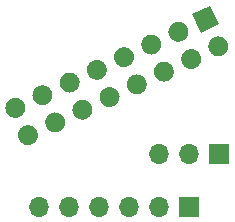
<source format=gbr>
%TF.GenerationSoftware,KiCad,Pcbnew,5.1.9+dfsg1-1*%
%TF.CreationDate,2022-01-13T23:22:55+01:00*%
%TF.ProjectId,8051_leds,38303531-5f6c-4656-9473-2e6b69636164,rev?*%
%TF.SameCoordinates,Original*%
%TF.FileFunction,Soldermask,Bot*%
%TF.FilePolarity,Negative*%
%FSLAX46Y46*%
G04 Gerber Fmt 4.6, Leading zero omitted, Abs format (unit mm)*
G04 Created by KiCad (PCBNEW 5.1.9+dfsg1-1) date 2022-01-13 23:22:55*
%MOMM*%
%LPD*%
G01*
G04 APERTURE LIST*
%ADD10C,0.100000*%
%ADD11R,1.700000X1.700000*%
%ADD12O,1.700000X1.700000*%
G04 APERTURE END LIST*
D10*
%TO.C,J1*%
G36*
X136792413Y-102458864D02*
G01*
X138333136Y-101740413D01*
X139051587Y-103281136D01*
X137510864Y-103999587D01*
X136792413Y-102458864D01*
G37*
G36*
G01*
X138636224Y-104401660D02*
X138636224Y-104401660D01*
G75*
G02*
X139765812Y-104812796I359226J-770362D01*
G01*
X139765812Y-104812796D01*
G75*
G02*
X139354676Y-105942384I-770362J-359226D01*
G01*
X139354676Y-105942384D01*
G75*
G02*
X138225088Y-105531248I-359226J770362D01*
G01*
X138225088Y-105531248D01*
G75*
G02*
X138636224Y-104401660I770362J359226D01*
G01*
G37*
G36*
G01*
X135260752Y-103173088D02*
X135260752Y-103173088D01*
G75*
G02*
X136390340Y-103584224I359226J-770362D01*
G01*
X136390340Y-103584224D01*
G75*
G02*
X135979204Y-104713812I-770362J-359226D01*
G01*
X135979204Y-104713812D01*
G75*
G02*
X134849616Y-104302676I-359226J770362D01*
G01*
X134849616Y-104302676D01*
G75*
G02*
X135260752Y-103173088I770362J359226D01*
G01*
G37*
G36*
G01*
X136334203Y-105475110D02*
X136334203Y-105475110D01*
G75*
G02*
X137463791Y-105886246I359226J-770362D01*
G01*
X137463791Y-105886246D01*
G75*
G02*
X137052655Y-107015834I-770362J-359226D01*
G01*
X137052655Y-107015834D01*
G75*
G02*
X135923067Y-106604698I-359226J770362D01*
G01*
X135923067Y-106604698D01*
G75*
G02*
X136334203Y-105475110I770362J359226D01*
G01*
G37*
G36*
G01*
X132958730Y-104246539D02*
X132958730Y-104246539D01*
G75*
G02*
X134088318Y-104657675I359226J-770362D01*
G01*
X134088318Y-104657675D01*
G75*
G02*
X133677182Y-105787263I-770362J-359226D01*
G01*
X133677182Y-105787263D01*
G75*
G02*
X132547594Y-105376127I-359226J770362D01*
G01*
X132547594Y-105376127D01*
G75*
G02*
X132958730Y-104246539I770362J359226D01*
G01*
G37*
G36*
G01*
X134032181Y-106548561D02*
X134032181Y-106548561D01*
G75*
G02*
X135161769Y-106959697I359226J-770362D01*
G01*
X135161769Y-106959697D01*
G75*
G02*
X134750633Y-108089285I-770362J-359226D01*
G01*
X134750633Y-108089285D01*
G75*
G02*
X133621045Y-107678149I-359226J770362D01*
G01*
X133621045Y-107678149D01*
G75*
G02*
X134032181Y-106548561I770362J359226D01*
G01*
G37*
G36*
G01*
X130656709Y-105319989D02*
X130656709Y-105319989D01*
G75*
G02*
X131786297Y-105731125I359226J-770362D01*
G01*
X131786297Y-105731125D01*
G75*
G02*
X131375161Y-106860713I-770362J-359226D01*
G01*
X131375161Y-106860713D01*
G75*
G02*
X130245573Y-106449577I-359226J770362D01*
G01*
X130245573Y-106449577D01*
G75*
G02*
X130656709Y-105319989I770362J359226D01*
G01*
G37*
G36*
G01*
X131730159Y-107622011D02*
X131730159Y-107622011D01*
G75*
G02*
X132859747Y-108033147I359226J-770362D01*
G01*
X132859747Y-108033147D01*
G75*
G02*
X132448611Y-109162735I-770362J-359226D01*
G01*
X132448611Y-109162735D01*
G75*
G02*
X131319023Y-108751599I-359226J770362D01*
G01*
X131319023Y-108751599D01*
G75*
G02*
X131730159Y-107622011I770362J359226D01*
G01*
G37*
G36*
G01*
X128354687Y-106393440D02*
X128354687Y-106393440D01*
G75*
G02*
X129484275Y-106804576I359226J-770362D01*
G01*
X129484275Y-106804576D01*
G75*
G02*
X129073139Y-107934164I-770362J-359226D01*
G01*
X129073139Y-107934164D01*
G75*
G02*
X127943551Y-107523028I-359226J770362D01*
G01*
X127943551Y-107523028D01*
G75*
G02*
X128354687Y-106393440I770362J359226D01*
G01*
G37*
G36*
G01*
X129428137Y-108695461D02*
X129428137Y-108695461D01*
G75*
G02*
X130557725Y-109106597I359226J-770362D01*
G01*
X130557725Y-109106597D01*
G75*
G02*
X130146589Y-110236185I-770362J-359226D01*
G01*
X130146589Y-110236185D01*
G75*
G02*
X129017001Y-109825049I-359226J770362D01*
G01*
X129017001Y-109825049D01*
G75*
G02*
X129428137Y-108695461I770362J359226D01*
G01*
G37*
G36*
G01*
X126052665Y-107466890D02*
X126052665Y-107466890D01*
G75*
G02*
X127182253Y-107878026I359226J-770362D01*
G01*
X127182253Y-107878026D01*
G75*
G02*
X126771117Y-109007614I-770362J-359226D01*
G01*
X126771117Y-109007614D01*
G75*
G02*
X125641529Y-108596478I-359226J770362D01*
G01*
X125641529Y-108596478D01*
G75*
G02*
X126052665Y-107466890I770362J359226D01*
G01*
G37*
G36*
G01*
X127126115Y-109768912D02*
X127126115Y-109768912D01*
G75*
G02*
X128255703Y-110180048I359226J-770362D01*
G01*
X128255703Y-110180048D01*
G75*
G02*
X127844567Y-111309636I-770362J-359226D01*
G01*
X127844567Y-111309636D01*
G75*
G02*
X126714979Y-110898500I-359226J770362D01*
G01*
X126714979Y-110898500D01*
G75*
G02*
X127126115Y-109768912I770362J359226D01*
G01*
G37*
G36*
G01*
X123750643Y-108540340D02*
X123750643Y-108540340D01*
G75*
G02*
X124880231Y-108951476I359226J-770362D01*
G01*
X124880231Y-108951476D01*
G75*
G02*
X124469095Y-110081064I-770362J-359226D01*
G01*
X124469095Y-110081064D01*
G75*
G02*
X123339507Y-109669928I-359226J770362D01*
G01*
X123339507Y-109669928D01*
G75*
G02*
X123750643Y-108540340I770362J359226D01*
G01*
G37*
G36*
G01*
X124824094Y-110842362D02*
X124824094Y-110842362D01*
G75*
G02*
X125953682Y-111253498I359226J-770362D01*
G01*
X125953682Y-111253498D01*
G75*
G02*
X125542546Y-112383086I-770362J-359226D01*
G01*
X125542546Y-112383086D01*
G75*
G02*
X124412958Y-111971950I-359226J770362D01*
G01*
X124412958Y-111971950D01*
G75*
G02*
X124824094Y-110842362I770362J359226D01*
G01*
G37*
G36*
G01*
X121448622Y-109613791D02*
X121448622Y-109613791D01*
G75*
G02*
X122578210Y-110024927I359226J-770362D01*
G01*
X122578210Y-110024927D01*
G75*
G02*
X122167074Y-111154515I-770362J-359226D01*
G01*
X122167074Y-111154515D01*
G75*
G02*
X121037486Y-110743379I-359226J770362D01*
G01*
X121037486Y-110743379D01*
G75*
G02*
X121448622Y-109613791I770362J359226D01*
G01*
G37*
G36*
G01*
X122522072Y-111915812D02*
X122522072Y-111915812D01*
G75*
G02*
X123651660Y-112326948I359226J-770362D01*
G01*
X123651660Y-112326948D01*
G75*
G02*
X123240524Y-113456536I-770362J-359226D01*
G01*
X123240524Y-113456536D01*
G75*
G02*
X122110936Y-113045400I-359226J770362D01*
G01*
X122110936Y-113045400D01*
G75*
G02*
X122522072Y-111915812I770362J359226D01*
G01*
G37*
%TD*%
D11*
%TO.C,J2*%
X139065000Y-114300000D03*
D12*
X136525000Y-114300000D03*
X133985000Y-114300000D03*
%TD*%
D11*
%TO.C,J3*%
X136525000Y-118745000D03*
D12*
X133985000Y-118745000D03*
X131445000Y-118745000D03*
X128905000Y-118745000D03*
X126365000Y-118745000D03*
X123825000Y-118745000D03*
%TD*%
M02*

</source>
